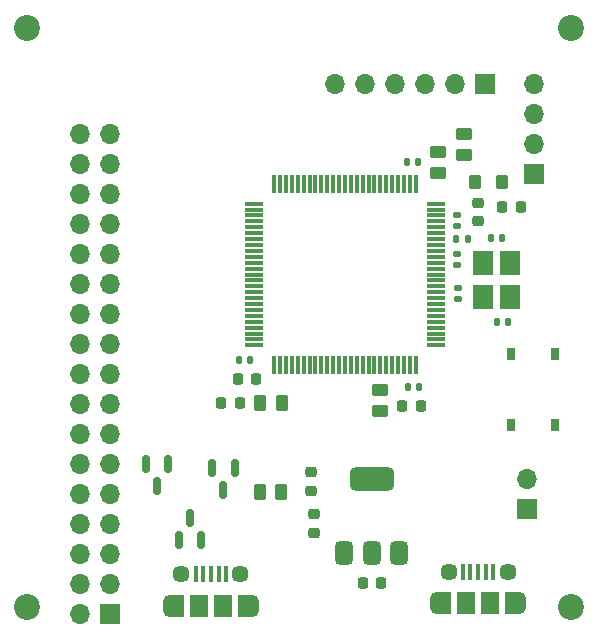
<source format=gbr>
%TF.GenerationSoftware,KiCad,Pcbnew,9.0.0*%
%TF.CreationDate,2025-03-28T00:35:08-07:00*%
%TF.ProjectId,stm32f429vit6_v1,73746d33-3266-4343-9239-766974365f76,rev?*%
%TF.SameCoordinates,Original*%
%TF.FileFunction,Soldermask,Top*%
%TF.FilePolarity,Negative*%
%FSLAX46Y46*%
G04 Gerber Fmt 4.6, Leading zero omitted, Abs format (unit mm)*
G04 Created by KiCad (PCBNEW 9.0.0) date 2025-03-28 00:35:08*
%MOMM*%
%LPD*%
G01*
G04 APERTURE LIST*
G04 Aperture macros list*
%AMRoundRect*
0 Rectangle with rounded corners*
0 $1 Rounding radius*
0 $2 $3 $4 $5 $6 $7 $8 $9 X,Y pos of 4 corners*
0 Add a 4 corners polygon primitive as box body*
4,1,4,$2,$3,$4,$5,$6,$7,$8,$9,$2,$3,0*
0 Add four circle primitives for the rounded corners*
1,1,$1+$1,$2,$3*
1,1,$1+$1,$4,$5*
1,1,$1+$1,$6,$7*
1,1,$1+$1,$8,$9*
0 Add four rect primitives between the rounded corners*
20,1,$1+$1,$2,$3,$4,$5,0*
20,1,$1+$1,$4,$5,$6,$7,0*
20,1,$1+$1,$6,$7,$8,$9,0*
20,1,$1+$1,$8,$9,$2,$3,0*%
G04 Aperture macros list end*
%ADD10R,1.700000X1.700000*%
%ADD11O,1.700000X1.700000*%
%ADD12C,2.200000*%
%ADD13RoundRect,0.150000X-0.150000X0.587500X-0.150000X-0.587500X0.150000X-0.587500X0.150000X0.587500X0*%
%ADD14RoundRect,0.150000X0.150000X-0.587500X0.150000X0.587500X-0.150000X0.587500X-0.150000X-0.587500X0*%
%ADD15RoundRect,0.218750X-0.218750X-0.256250X0.218750X-0.256250X0.218750X0.256250X-0.218750X0.256250X0*%
%ADD16RoundRect,0.140000X-0.170000X0.140000X-0.170000X-0.140000X0.170000X-0.140000X0.170000X0.140000X0*%
%ADD17RoundRect,0.225000X-0.250000X0.225000X-0.250000X-0.225000X0.250000X-0.225000X0.250000X0.225000X0*%
%ADD18R,0.750000X1.000000*%
%ADD19RoundRect,0.250000X0.450000X-0.262500X0.450000X0.262500X-0.450000X0.262500X-0.450000X-0.262500X0*%
%ADD20R,0.400000X1.350000*%
%ADD21O,1.200000X1.900000*%
%ADD22R,1.200000X1.900000*%
%ADD23C,1.450000*%
%ADD24R,1.500000X1.900000*%
%ADD25RoundRect,0.140000X0.140000X0.170000X-0.140000X0.170000X-0.140000X-0.170000X0.140000X-0.170000X0*%
%ADD26RoundRect,0.250000X-0.262500X-0.450000X0.262500X-0.450000X0.262500X0.450000X-0.262500X0.450000X0*%
%ADD27R,1.800000X2.100000*%
%ADD28RoundRect,0.225000X0.225000X0.250000X-0.225000X0.250000X-0.225000X-0.250000X0.225000X-0.250000X0*%
%ADD29RoundRect,0.218750X0.256250X-0.218750X0.256250X0.218750X-0.256250X0.218750X-0.256250X-0.218750X0*%
%ADD30RoundRect,0.140000X-0.140000X-0.170000X0.140000X-0.170000X0.140000X0.170000X-0.140000X0.170000X0*%
%ADD31RoundRect,0.225000X-0.225000X-0.250000X0.225000X-0.250000X0.225000X0.250000X-0.225000X0.250000X0*%
%ADD32RoundRect,0.375000X0.375000X-0.625000X0.375000X0.625000X-0.375000X0.625000X-0.375000X-0.625000X0*%
%ADD33RoundRect,0.500000X1.400000X-0.500000X1.400000X0.500000X-1.400000X0.500000X-1.400000X-0.500000X0*%
%ADD34RoundRect,0.250000X-0.275000X-0.350000X0.275000X-0.350000X0.275000X0.350000X-0.275000X0.350000X0*%
%ADD35RoundRect,0.250000X0.262500X0.450000X-0.262500X0.450000X-0.262500X-0.450000X0.262500X-0.450000X0*%
%ADD36RoundRect,0.075000X0.725000X0.075000X-0.725000X0.075000X-0.725000X-0.075000X0.725000X-0.075000X0*%
%ADD37RoundRect,0.075000X0.075000X0.725000X-0.075000X0.725000X-0.075000X-0.725000X0.075000X-0.725000X0*%
G04 APERTURE END LIST*
D10*
%TO.C,J6*%
X163000000Y-104610000D03*
D11*
X160460000Y-104610000D03*
X163000000Y-102070000D03*
X160460000Y-102070000D03*
X163000000Y-99530000D03*
X160460000Y-99530000D03*
X163000000Y-96990000D03*
X160460000Y-96990000D03*
X163000000Y-94450000D03*
X160460000Y-94450000D03*
X163000000Y-91910000D03*
X160460000Y-91910000D03*
X163000000Y-89370000D03*
X160460000Y-89370000D03*
X163000000Y-86830000D03*
X160460000Y-86830000D03*
X163000000Y-84290000D03*
X160460000Y-84290000D03*
X163000000Y-81750000D03*
X160460000Y-81750000D03*
X163000000Y-79210000D03*
X160460000Y-79210000D03*
X163000000Y-76670000D03*
X160460000Y-76670000D03*
X163000000Y-74130000D03*
X160460000Y-74130000D03*
X163000000Y-71590000D03*
X160460000Y-71590000D03*
X163000000Y-69050000D03*
X160460000Y-69050000D03*
X163000000Y-66510000D03*
X160460000Y-66510000D03*
X163000000Y-63970000D03*
X160460000Y-63970000D03*
%TD*%
D12*
%TO.C,H4*%
X156000000Y-104000000D03*
%TD*%
%TO.C,H3*%
X156000000Y-55000000D03*
%TD*%
%TO.C,H2*%
X202000000Y-104000000D03*
%TD*%
%TO.C,H1*%
X202000000Y-55000000D03*
%TD*%
D13*
%TO.C,D4*%
X172600000Y-94150000D03*
X171650000Y-92275000D03*
X173550000Y-92275000D03*
%TD*%
D14*
%TO.C,D3*%
X169800000Y-96525000D03*
X170750000Y-98400000D03*
X168850000Y-98400000D03*
%TD*%
D13*
%TO.C,D2*%
X167000000Y-93800000D03*
X166050000Y-91925000D03*
X167950000Y-91925000D03*
%TD*%
D15*
%TO.C,D5*%
X174000000Y-86750000D03*
X172425000Y-86750000D03*
%TD*%
D16*
%TO.C,C9*%
X192500000Y-77020000D03*
X192500000Y-77980000D03*
%TD*%
D17*
%TO.C,C13*%
X180250000Y-96200000D03*
X180250000Y-97750000D03*
%TD*%
D18*
%TO.C,SW1*%
X196975000Y-88650000D03*
X196975000Y-82650000D03*
X200725000Y-88650000D03*
X200725000Y-82650000D03*
%TD*%
D19*
%TO.C,R3*%
X193000000Y-65812500D03*
X193000000Y-63987500D03*
%TD*%
D20*
%TO.C,J2*%
X170250000Y-101287500D03*
X170900000Y-101287500D03*
X171550000Y-101287500D03*
X172200000Y-101287500D03*
X172850000Y-101287500D03*
D21*
X168050000Y-103987500D03*
D22*
X168650000Y-103987500D03*
D23*
X169050000Y-101287500D03*
D24*
X170550000Y-103987500D03*
X172550000Y-103987500D03*
D23*
X174050000Y-101287500D03*
D22*
X174450000Y-103987500D03*
D21*
X175050000Y-103987500D03*
%TD*%
D25*
%TO.C,C15*%
X196700000Y-79930000D03*
X195740000Y-79930000D03*
%TD*%
D19*
%TO.C,R2*%
X185850000Y-87462500D03*
X185850000Y-85637500D03*
%TD*%
D26*
%TO.C,R5*%
X175750000Y-86750000D03*
X177575000Y-86750000D03*
%TD*%
D27*
%TO.C,Y1*%
X196850000Y-77800000D03*
X196850000Y-74900000D03*
X194550000Y-74900000D03*
X194550000Y-77800000D03*
%TD*%
D17*
%TO.C,C2*%
X194200000Y-69850000D03*
X194200000Y-71400000D03*
%TD*%
D28*
%TO.C,C12*%
X185975000Y-102050000D03*
X184425000Y-102050000D03*
%TD*%
D29*
%TO.C,D1*%
X180050000Y-94187500D03*
X180050000Y-92612500D03*
%TD*%
D16*
%TO.C,C14*%
X192400000Y-74120000D03*
X192400000Y-75080000D03*
%TD*%
D30*
%TO.C,C16*%
X195240000Y-72800000D03*
X196200000Y-72800000D03*
%TD*%
D31*
%TO.C,C18*%
X173825000Y-84700000D03*
X175375000Y-84700000D03*
%TD*%
D20*
%TO.C,J4*%
X192870000Y-101040000D03*
X193520000Y-101040000D03*
X194170000Y-101040000D03*
X194820000Y-101040000D03*
X195470000Y-101040000D03*
D21*
X190670000Y-103740000D03*
D22*
X191270000Y-103740000D03*
D23*
X191670000Y-101040000D03*
D24*
X193170000Y-103740000D03*
X195170000Y-103740000D03*
D23*
X196670000Y-101040000D03*
D22*
X197070000Y-103740000D03*
D21*
X197670000Y-103740000D03*
%TD*%
D32*
%TO.C,U1*%
X182850000Y-99500000D03*
X185150000Y-99500000D03*
D33*
X185150000Y-93200000D03*
D32*
X187450000Y-99500000D03*
%TD*%
D30*
%TO.C,C4*%
X188120000Y-66400000D03*
X189080000Y-66400000D03*
%TD*%
D16*
%TO.C,C1*%
X192400000Y-70820000D03*
X192400000Y-71780000D03*
%TD*%
D10*
%TO.C,J5*%
X198300000Y-95775000D03*
D11*
X198300000Y-93235000D03*
%TD*%
D25*
%TO.C,C7*%
X189160000Y-85400000D03*
X188200000Y-85400000D03*
%TD*%
D10*
%TO.C,J3*%
X194800000Y-59750000D03*
D11*
X192260000Y-59750000D03*
X189720000Y-59750000D03*
X187180000Y-59750000D03*
X184640000Y-59750000D03*
X182100000Y-59750000D03*
%TD*%
D10*
%TO.C,J1*%
X198900000Y-67350000D03*
D11*
X198900000Y-64810000D03*
X198900000Y-62270000D03*
X198900000Y-59730000D03*
%TD*%
D25*
%TO.C,C6*%
X174900000Y-83100000D03*
X173940000Y-83100000D03*
%TD*%
D30*
%TO.C,C10*%
X192320000Y-72900000D03*
X193280000Y-72900000D03*
%TD*%
D31*
%TO.C,C3*%
X196225000Y-70200000D03*
X197775000Y-70200000D03*
%TD*%
D34*
%TO.C,FB1*%
X193900000Y-68050000D03*
X196200000Y-68050000D03*
%TD*%
D28*
%TO.C,C11*%
X189300000Y-87050000D03*
X187750000Y-87050000D03*
%TD*%
D19*
%TO.C,R4*%
X190800000Y-67300000D03*
X190800000Y-65475000D03*
%TD*%
D35*
%TO.C,R1*%
X177525000Y-94300000D03*
X175700000Y-94300000D03*
%TD*%
D36*
%TO.C,U2*%
X190575000Y-81890000D03*
X190575000Y-81390000D03*
X190575000Y-80890000D03*
X190575000Y-80390000D03*
X190575000Y-79890000D03*
X190575000Y-79390000D03*
X190575000Y-78890000D03*
X190575000Y-78390000D03*
X190575000Y-77890000D03*
X190575000Y-77390000D03*
X190575000Y-76890000D03*
X190575000Y-76390000D03*
X190575000Y-75890000D03*
X190575000Y-75390000D03*
X190575000Y-74890000D03*
X190575000Y-74390000D03*
X190575000Y-73890000D03*
X190575000Y-73390000D03*
X190575000Y-72890000D03*
X190575000Y-72390000D03*
X190575000Y-71890000D03*
X190575000Y-71390000D03*
X190575000Y-70890000D03*
X190575000Y-70390000D03*
X190575000Y-69890000D03*
D37*
X188900000Y-68215000D03*
X188400000Y-68215000D03*
X187900000Y-68215000D03*
X187400000Y-68215000D03*
X186900000Y-68215000D03*
X186400000Y-68215000D03*
X185900000Y-68215000D03*
X185400000Y-68215000D03*
X184900000Y-68215000D03*
X184400000Y-68215000D03*
X183900000Y-68215000D03*
X183400000Y-68215000D03*
X182900000Y-68215000D03*
X182400000Y-68215000D03*
X181900000Y-68215000D03*
X181400000Y-68215000D03*
X180900000Y-68215000D03*
X180400000Y-68215000D03*
X179900000Y-68215000D03*
X179400000Y-68215000D03*
X178900000Y-68215000D03*
X178400000Y-68215000D03*
X177900000Y-68215000D03*
X177400000Y-68215000D03*
X176900000Y-68215000D03*
D36*
X175225000Y-69890000D03*
X175225000Y-70390000D03*
X175225000Y-70890000D03*
X175225000Y-71390000D03*
X175225000Y-71890000D03*
X175225000Y-72390000D03*
X175225000Y-72890000D03*
X175225000Y-73390000D03*
X175225000Y-73890000D03*
X175225000Y-74390000D03*
X175225000Y-74890000D03*
X175225000Y-75390000D03*
X175225000Y-75890000D03*
X175225000Y-76390000D03*
X175225000Y-76890000D03*
X175225000Y-77390000D03*
X175225000Y-77890000D03*
X175225000Y-78390000D03*
X175225000Y-78890000D03*
X175225000Y-79390000D03*
X175225000Y-79890000D03*
X175225000Y-80390000D03*
X175225000Y-80890000D03*
X175225000Y-81390000D03*
X175225000Y-81890000D03*
D37*
X176900000Y-83565000D03*
X177400000Y-83565000D03*
X177900000Y-83565000D03*
X178400000Y-83565000D03*
X178900000Y-83565000D03*
X179400000Y-83565000D03*
X179900000Y-83565000D03*
X180400000Y-83565000D03*
X180900000Y-83565000D03*
X181400000Y-83565000D03*
X181900000Y-83565000D03*
X182400000Y-83565000D03*
X182900000Y-83565000D03*
X183400000Y-83565000D03*
X183900000Y-83565000D03*
X184400000Y-83565000D03*
X184900000Y-83565000D03*
X185400000Y-83565000D03*
X185900000Y-83565000D03*
X186400000Y-83565000D03*
X186900000Y-83565000D03*
X187400000Y-83565000D03*
X187900000Y-83565000D03*
X188400000Y-83565000D03*
X188900000Y-83565000D03*
%TD*%
M02*

</source>
